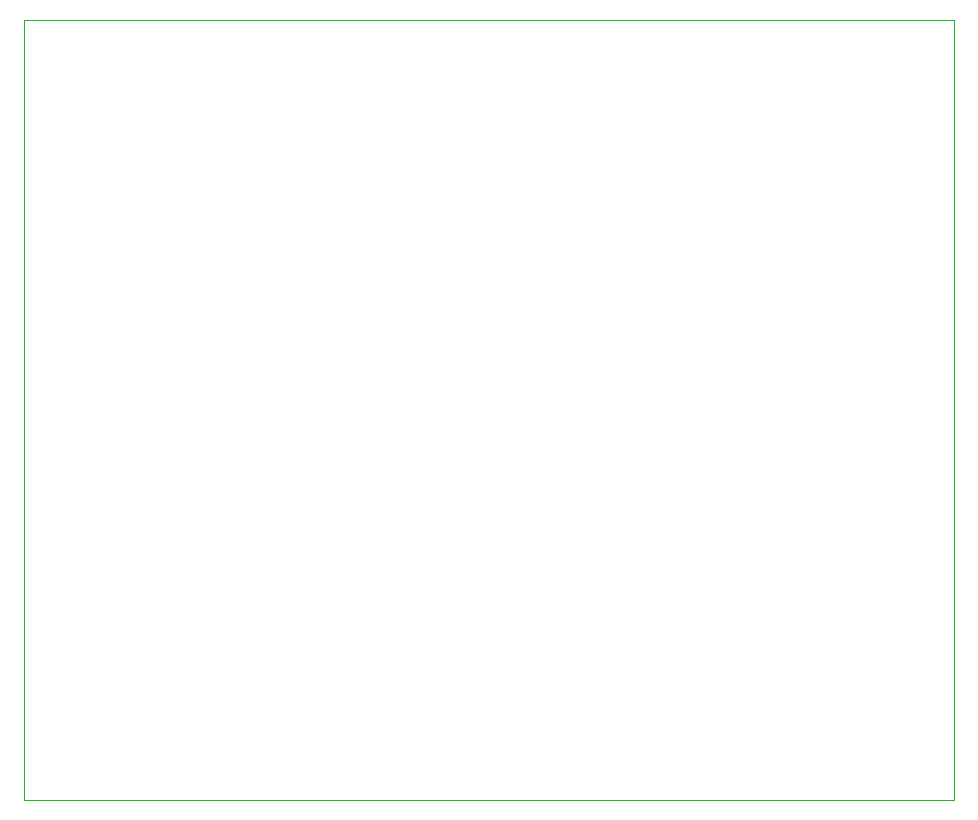
<source format=gbr>
G04 #@! TF.GenerationSoftware,KiCad,Pcbnew,(5.1.10)-1*
G04 #@! TF.CreationDate,2022-05-03T09:39:20-07:00*
G04 #@! TF.ProjectId,CI_ComPCB,43495f43-6f6d-4504-9342-2e6b69636164,rev?*
G04 #@! TF.SameCoordinates,Original*
G04 #@! TF.FileFunction,Profile,NP*
%FSLAX46Y46*%
G04 Gerber Fmt 4.6, Leading zero omitted, Abs format (unit mm)*
G04 Created by KiCad (PCBNEW (5.1.10)-1) date 2022-05-03 09:39:20*
%MOMM*%
%LPD*%
G01*
G04 APERTURE LIST*
G04 #@! TA.AperFunction,Profile*
%ADD10C,0.100000*%
G04 #@! TD*
G04 APERTURE END LIST*
D10*
X98020000Y-132520000D02*
X98020000Y-66480000D01*
X176760000Y-132520000D02*
X98020000Y-132520000D01*
X176760000Y-66480000D02*
X176760000Y-132520000D01*
X98020000Y-66480000D02*
X176760000Y-66480000D01*
M02*

</source>
